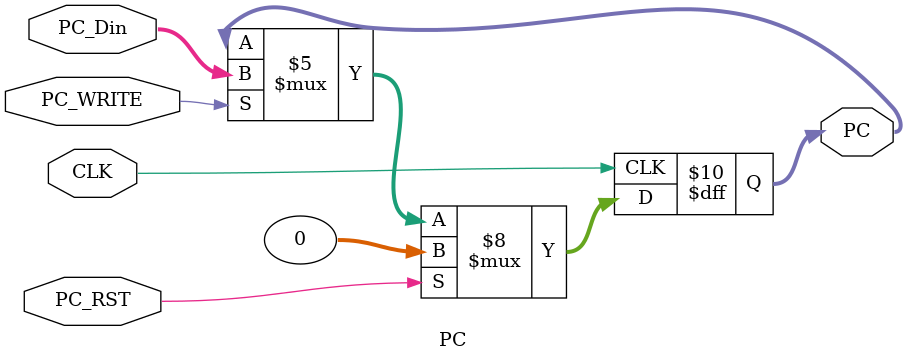
<source format=sv>
`timescale 1ns / 1ps 


module PC( 
    input CLK, 
    input [31:0] PC_Din, 
    input PC_WRITE, 
    input PC_RST, 
    output logic [31:0] PC = 0 
    ); 
    
    always_ff @ (posedge CLK)  
    begin  
      if (PC_RST == 1)// if reset, then clear output 
      PC <= 0; 
      else if (PC_WRITE == 1) //if load high, then set q to din 
      PC <= PC_Din; 

    end 
endmodule 
</source>
